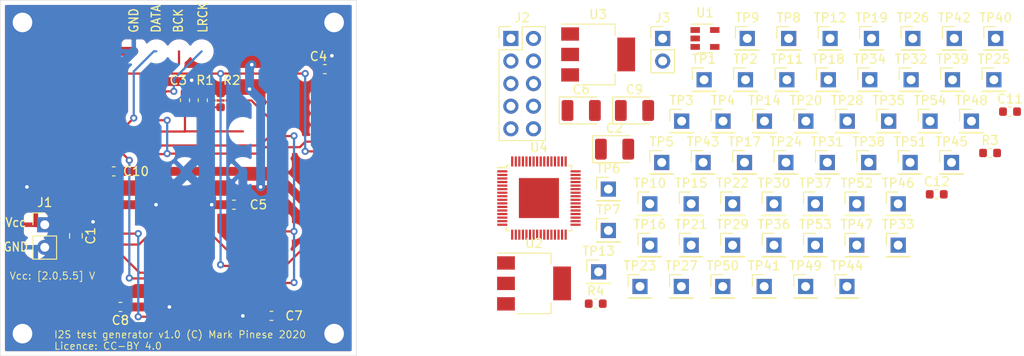
<source format=kicad_pcb>
(kicad_pcb (version 20171130) (host pcbnew "(5.1.6)-1")
  (title_block (title "I2S test generator") (date 2020-09-18) (rev 1.0) (company "Mark Pinese") (comment 1 "(C) 2020") (comment 2 "Licenced for reuse under CC-BY 4.0"))
  (layers (0 F.Cu signal) (31 B.Cu signal) (34 B.Paste user) (35 F.Paste user) (36 B.SilkS user) (37 F.SilkS user) (38 B.Mask user) (39 F.Mask user) (44 Edge.Cuts user))
  (net 0 "")
  (net 1 GNDD)
  (net 2 +3V3)
  (net 3 "Net-(C2-Pad1)")
  (net 4 "Net-(C3-Pad1)")
  (net 5 /LRCK)
  (net 6 /BCK)
  (net 7 /DATA)
  (net 8 "Net-(U1-Pad13)")
  (net 9 /~Reset)
  (net 10 /Reset)
  (net 11 "Net-(U2-Pad12)")
  (net 12 "Net-(U2-Pad11)")
  (net 13 "Net-(U2-Pad10)")
  (net 14 "Net-(U2-Pad9)")
  (net 15 "Net-(U2-Pad3)")
  (net 16 "Net-(U2-Pad4)")
  (net 17 "Net-(U2-Pad1)")
  (net 18 "Net-(U4-Pad9)")
  (net 19 "Net-(C5-Pad1)")
  (net 20 "Net-(R2-Pad1)")
  (net 21 "Net-(U1-Pad5)")
  (net 22 +1V8)
  (net 23 /TDI)
  (net 24 "Net-(J2-Pad8)")
  (net 25 "Net-(J2-Pad7)")
  (net 26 "Net-(J2-Pad6)")
  (net 27 /TMS)
  (net 28 "Net-(J2-Pad4)")
  (net 29 /TDO)
  (net 30 /TCK)
  (net 31 /CLK2)
  (net 32 "Net-(J3-Pad1)")
  (net 33 /POR_Signal)
  (net 34 /POR_FB)
  (net 35 "Net-(TP1-Pad1)")
  (net 36 "Net-(TP2-Pad1)")
  (net 37 "Net-(TP3-Pad1)")
  (net 38 "Net-(TP4-Pad1)")
  (net 39 "Net-(TP6-Pad1)")
  (net 40 "Net-(TP7-Pad1)")
  (net 41 "Net-(TP8-Pad1)")
  (net 42 "Net-(TP9-Pad1)")
  (net 43 "Net-(TP10-Pad1)")
  (net 44 "Net-(TP11-Pad1)")
  (net 45 "Net-(TP12-Pad1)")
  (net 46 "Net-(TP13-Pad1)")
  (net 47 "Net-(TP14-Pad1)")
  (net 48 "Net-(TP15-Pad1)")
  (net 49 "Net-(TP16-Pad1)")
  (net 50 "Net-(TP17-Pad1)")
  (net 51 "Net-(TP18-Pad1)")
  (net 52 "Net-(TP19-Pad1)")
  (net 53 "Net-(TP20-Pad1)")
  (net 54 "Net-(TP21-Pad1)")
  (net 55 "Net-(TP22-Pad1)")
  (net 56 "Net-(TP23-Pad1)")
  (net 57 "Net-(TP24-Pad1)")
  (net 58 "Net-(TP25-Pad1)")
  (net 59 "Net-(TP26-Pad1)")
  (net 60 "Net-(TP27-Pad1)")
  (net 61 "Net-(TP28-Pad1)")
  (net 62 "Net-(TP29-Pad1)")
  (net 63 "Net-(TP30-Pad1)")
  (net 64 "Net-(TP31-Pad1)")
  (net 65 "Net-(TP32-Pad1)")
  (net 66 "Net-(TP33-Pad1)")
  (net 67 "Net-(TP34-Pad1)")
  (net 68 "Net-(TP35-Pad1)")
  (net 69 "Net-(TP36-Pad1)")
  (net 70 "Net-(TP37-Pad1)")
  (net 71 "Net-(TP38-Pad1)")
  (net 72 "Net-(TP39-Pad1)")
  (net 73 "Net-(TP40-Pad1)")
  (net 74 "Net-(TP41-Pad1)")
  (net 75 "Net-(TP42-Pad1)")
  (net 76 "Net-(TP43-Pad1)")
  (net 77 "Net-(TP44-Pad1)")
  (net 78 "Net-(TP45-Pad1)")
  (net 79 "Net-(TP46-Pad1)")
  (net 80 "Net-(TP47-Pad1)")
  (net 81 "Net-(TP48-Pad1)")
  (net 82 "Net-(TP49-Pad1)")
  (net 83 "Net-(TP50-Pad1)")
  (net 84 "Net-(TP51-Pad1)")
  (net 85 "Net-(TP52-Pad1)")
  (net 86 "Net-(TP53-Pad1)")
  (net 87 "Net-(TP54-Pad1)")
  (net 88 "Net-(U1-Pad2)")
  (module project_footprints:TQFP-64_7x7mm_P0.4mm_EP4.5x4.5mm (layer F.Cu) (at 190.505 102.25)
    (fp_text reference U4 (at 0 -5.68) (layer F.SilkS))
    (fp_text value 5M40ZE64C5N)
    (pad 65 smd rect (at 0 0) (size 4.5 4.5) (layers F.Cu F.Paste F.Mask) (net 1 GNDD))
    (pad 64 smd rect (at -3 -4.115 90) (size 1.13 0.25) (layers F.Cu F.Paste F.Mask) (net 48 "Net-(TP15-Pad1)"))
    (pad 63 smd rect (at -2.6 -4.115 90) (size 1.13 0.25) (layers F.Cu F.Paste F.Mask) (net 72 "Net-(TP39-Pad1)"))
    (pad 62 smd rect (at -2.2 -4.115 90) (size 1.13 0.25) (layers F.Cu F.Paste F.Mask) (net 87 "Net-(TP54-Pad1)"))
    (pad 61 smd rect (at -1.8 -4.115 90) (size 1.13 0.25) (layers F.Cu F.Paste F.Mask) (net 71 "Net-(TP38-Pad1)"))
    (pad 60 smd rect (at -1.4 -4.115 90) (size 1.13 0.25) (layers F.Cu F.Paste F.Mask) (net 86 "Net-(TP53-Pad1)"))
    (pad 59 smd rect (at -1 -4.115 90) (size 1.13 0.25) (layers F.Cu F.Paste F.Mask) (net 70 "Net-(TP37-Pad1)"))
    (pad 58 smd rect (at -0.6 -4.115 90) (size 1.13 0.25) (layers F.Cu F.Paste F.Mask) (net 85 "Net-(TP52-Pad1)"))
    (pad 57 smd rect (at -0.2 -4.115 90) (size 1.13 0.25) (layers F.Cu F.Paste F.Mask) (net 2 +3V3))
    (pad 56 smd rect (at 0.2 -4.115 90) (size 1.13 0.25) (layers F.Cu F.Paste F.Mask) (net 84 "Net-(TP51-Pad1)"))
    (pad 55 smd rect (at 0.6 -4.115 90) (size 1.13 0.25) (layers F.Cu F.Paste F.Mask) (net 69 "Net-(TP36-Pad1)"))
    (pad 54 smd rect (at 1 -4.115 90) (size 1.13 0.25) (layers F.Cu F.Paste F.Mask) (net 83 "Net-(TP50-Pad1)"))
    (pad 53 smd rect (at 1.4 -4.115 90) (size 1.13 0.25) (layers F.Cu F.Paste F.Mask) (net 68 "Net-(TP35-Pad1)"))
    (pad 52 smd rect (at 1.8 -4.115 90) (size 1.13 0.25) (layers F.Cu F.Paste F.Mask) (net 82 "Net-(TP49-Pad1)"))
    (pad 51 smd rect (at 2.2 -4.115 90) (size 1.13 0.25) (layers F.Cu F.Paste F.Mask) (net 67 "Net-(TP34-Pad1)"))
    (pad 50 smd rect (at 2.6 -4.115 90) (size 1.13 0.25) (layers F.Cu F.Paste F.Mask) (net 81 "Net-(TP48-Pad1)"))
    (pad 49 smd rect (at 3 -4.115 90) (size 1.13 0.25) (layers F.Cu F.Paste F.Mask) (net 66 "Net-(TP33-Pad1)"))
    (pad 48 smd rect (at 4.115 -3) (size 1.13 0.25) (layers F.Cu F.Paste F.Mask) (net 80 "Net-(TP47-Pad1)"))
    (pad 47 smd rect (at 4.115 -2.6) (size 1.13 0.25) (layers F.Cu F.Paste F.Mask) (net 65 "Net-(TP32-Pad1)"))
    (pad 46 smd rect (at 4.115 -2.2) (size 1.13 0.25) (layers F.Cu F.Paste F.Mask) (net 79 "Net-(TP46-Pad1)"))
    (pad 45 smd rect (at 4.115 -1.8) (size 1.13 0.25) (layers F.Cu F.Paste F.Mask) (net 64 "Net-(TP31-Pad1)"))
    (pad 44 smd rect (at 4.115 -1.4) (size 1.13 0.25) (layers F.Cu F.Paste F.Mask) (net 78 "Net-(TP45-Pad1)"))
    (pad 43 smd rect (at 4.115 -1) (size 1.13 0.25) (layers F.Cu F.Paste F.Mask) (net 63 "Net-(TP30-Pad1)"))
    (pad 42 smd rect (at 4.115 -0.6) (size 1.13 0.25) (layers F.Cu F.Paste F.Mask) (net 77 "Net-(TP44-Pad1)"))
    (pad 41 smd rect (at 4.115 -0.2) (size 1.13 0.25) (layers F.Cu F.Paste F.Mask) (net 22 +1V8))
    (pad 40 smd rect (at 4.115 0.2) (size 1.13 0.25) (layers F.Cu F.Paste F.Mask) (net 76 "Net-(TP43-Pad1)"))
    (pad 39 smd rect (at 4.115 0.6) (size 1.13 0.25) (layers F.Cu F.Paste F.Mask) (net 2 +3V3))
    (pad 38 smd rect (at 4.115 1) (size 1.13 0.25) (layers F.Cu F.Paste F.Mask) (net 75 "Net-(TP42-Pad1)"))
    (pad 37 smd rect (at 4.115 1.4) (size 1.13 0.25) (layers F.Cu F.Paste F.Mask) (net 62 "Net-(TP29-Pad1)"))
    (pad 36 smd rect (at 4.115 1.8) (size 1.13 0.25) (layers F.Cu F.Paste F.Mask) (net 74 "Net-(TP41-Pad1)"))
    (pad 35 smd rect (at 4.115 2.2) (size 1.13 0.25) (layers F.Cu F.Paste F.Mask) (net 61 "Net-(TP28-Pad1)"))
    (pad 34 smd rect (at 4.115 2.6) (size 1.13 0.25) (layers F.Cu F.Paste F.Mask) (net 73 "Net-(TP40-Pad1)"))
    (pad 33 smd rect (at 4.115 3) (size 1.13 0.25) (layers F.Cu F.Paste F.Mask) (net 47 "Net-(TP14-Pad1)"))
    (pad 32 smd rect (at 3 4.115 90) (size 1.13 0.25) (layers F.Cu F.Paste F.Mask) (net 60 "Net-(TP27-Pad1)"))
    (pad 31 smd rect (at 2.6 4.115 90) (size 1.13 0.25) (layers F.Cu F.Paste F.Mask) (net 46 "Net-(TP13-Pad1)"))
    (pad 30 smd rect (at 2.2 4.115 90) (size 1.13 0.25) (layers F.Cu F.Paste F.Mask) (net 59 "Net-(TP26-Pad1)"))
    (pad 29 smd rect (at 1.8 4.115 90) (size 1.13 0.25) (layers F.Cu F.Paste F.Mask) (net 45 "Net-(TP12-Pad1)"))
    (pad 28 smd rect (at 1.4 4.115 90) (size 1.13 0.25) (layers F.Cu F.Paste F.Mask) (net 58 "Net-(TP25-Pad1)"))
    (pad 27 smd rect (at 1 4.115 90) (size 1.13 0.25) (layers F.Cu F.Paste F.Mask) (net 44 "Net-(TP11-Pad1)"))
    (pad 26 smd rect (at 0.6 4.115 90) (size 1.13 0.25) (layers F.Cu F.Paste F.Mask) (net 57 "Net-(TP24-Pad1)"))
    (pad 25 smd rect (at 0.2 4.115 90) (size 1.13 0.25) (layers F.Cu F.Paste F.Mask) (net 43 "Net-(TP10-Pad1)"))
    (pad 24 smd rect (at -0.2 4.115 90) (size 1.13 0.25) (layers F.Cu F.Paste F.Mask) (net 56 "Net-(TP23-Pad1)"))
    (pad 23 smd rect (at -0.6 4.115 90) (size 1.13 0.25) (layers F.Cu F.Paste F.Mask) (net 2 +3V3))
    (pad 22 smd rect (at -1 4.115 90) (size 1.13 0.25) (layers F.Cu F.Paste F.Mask) (net 55 "Net-(TP22-Pad1)"))
    (pad 21 smd rect (at -1.4 4.115 90) (size 1.13 0.25) (layers F.Cu F.Paste F.Mask) (net 42 "Net-(TP9-Pad1)"))
    (pad 20 smd rect (at -1.8 4.115 90) (size 1.13 0.25) (layers F.Cu F.Paste F.Mask) (net 54 "Net-(TP21-Pad1)"))
    (pad 19 smd rect (at -2.2 4.115 90) (size 1.13 0.25) (layers F.Cu F.Paste F.Mask) (net 41 "Net-(TP8-Pad1)"))
    (pad 18 smd rect (at -2.6 4.115 90) (size 1.13 0.25) (layers F.Cu F.Paste F.Mask) (net 53 "Net-(TP20-Pad1)"))
    (pad 17 smd rect (at -3 4.115 90) (size 1.13 0.25) (layers F.Cu F.Paste F.Mask) (net 29 /TDO))
    (pad 16 smd rect (at -4.115 3) (size 1.13 0.25) (layers F.Cu F.Paste F.Mask) (net 30 /TCK))
    (pad 15 smd rect (at -4.115 2.6) (size 1.13 0.25) (layers F.Cu F.Paste F.Mask) (net 23 /TDI))
    (pad 14 smd rect (at -4.115 2.2) (size 1.13 0.25) (layers F.Cu F.Paste F.Mask) (net 27 /TMS))
    (pad 13 smd rect (at -4.115 1.8) (size 1.13 0.25) (layers F.Cu F.Paste F.Mask) (net 40 "Net-(TP7-Pad1)"))
    (pad 12 smd rect (at -4.115 1.4) (size 1.13 0.25) (layers F.Cu F.Paste F.Mask) (net 52 "Net-(TP19-Pad1)"))
    (pad 11 smd rect (at -4.115 1) (size 1.13 0.25) (layers F.Cu F.Paste F.Mask) (net 39 "Net-(TP6-Pad1)"))
    (pad 10 smd rect (at -4.115 0.6) (size 1.13 0.25) (layers F.Cu F.Paste F.Mask) (net 51 "Net-(TP18-Pad1)"))
    (pad 9 smd rect (at -4.115 0.2) (size 1.13 0.25) (layers F.Cu F.Paste F.Mask) (net 32 "Net-(J3-Pad1)"))
    (pad 8 smd rect (at -4.115 -0.2) (size 1.13 0.25) (layers F.Cu F.Paste F.Mask) (net 22 +1V8))
    (pad 7 smd rect (at -4.115 -0.6) (size 1.13 0.25) (layers F.Cu F.Paste F.Mask) (net 38 "Net-(TP4-Pad1)"))
    (pad 6 smd rect (at -4.115 -1) (size 1.13 0.25) (layers F.Cu F.Paste F.Mask) (net 2 +3V3))
    (pad 5 smd rect (at -4.115 -1.4) (size 1.13 0.25) (layers F.Cu F.Paste F.Mask) (net 37 "Net-(TP3-Pad1)"))
    (pad 4 smd rect (at -4.115 -1.8) (size 1.13 0.25) (layers F.Cu F.Paste F.Mask) (net 50 "Net-(TP17-Pad1)"))
    (pad 3 smd rect (at -4.115 -2.2) (size 1.13 0.25) (layers F.Cu F.Paste F.Mask) (net 36 "Net-(TP2-Pad1)"))
    (pad 2 smd rect (at -4.115 -2.6) (size 1.13 0.25) (layers F.Cu F.Paste F.Mask) (net 49 "Net-(TP16-Pad1)"))
    (pad 1 smd rect (at -4.115 -3) (size 1.13 0.25) (layers F.Cu F.Paste F.Mask) (net 35 "Net-(TP1-Pad1)"))
  )
  (module Package_TO_SOT_SMD:SOT-223-3_TabPin2 (layer F.Cu) (at 197.155 86.1)
    (fp_text reference U3 (at 0 -4.5) (layer F.SilkS))
    (fp_text value AMS1117-1.8)
    (pad 1 smd rect (at -3.15 -2.3) (size 2 1.5) (layers F.Cu F.Paste F.Mask) (net 1 GNDD))
    (pad 3 smd rect (at -3.15 2.3) (size 2 1.5) (layers F.Cu F.Paste F.Mask) (net 2 +3V3))
    (pad 2 smd rect (at -3.15 0) (size 2 1.5) (layers F.Cu F.Paste F.Mask) (net 22 +1V8))
    (pad 2 smd rect (at 3.15 0) (size 2 3.8) (layers F.Cu F.Paste F.Mask) (net 22 +1V8))
  )
  (module Package_TO_SOT_SMD:SOT-223-3_TabPin2 (layer F.Cu) (at 189.955 111.85)
    (fp_text reference U2 (at 0 -4.5) (layer F.SilkS))
    (fp_text value AMS1117-3.3)
    (pad 1 smd rect (at -3.15 -2.3) (size 2 1.5) (layers F.Cu F.Paste F.Mask) (net 1 GNDD))
    (pad 3 smd rect (at -3.15 2.3) (size 2 1.5) (layers F.Cu F.Paste F.Mask) (net 3 "Net-(C2-Pad1)"))
    (pad 2 smd rect (at -3.15 0) (size 2 1.5) (layers F.Cu F.Paste F.Mask) (net 2 +3V3))
    (pad 2 smd rect (at 3.15 0) (size 2 3.8) (layers F.Cu F.Paste F.Mask) (net 2 +3V3))
  )
  (module Package_TO_SOT_SMD:SOT-23-5 (layer F.Cu) (at 209.155 84.3)
    (fp_text reference U1 (at 0 -2.9) (layer F.SilkS))
    (fp_text value SIT2001B)
    (pad 5 smd rect (at 1.1 -0.95) (size 1.06 0.65) (layers F.Cu F.Paste F.Mask) (net 31 /CLK2))
    (pad 4 smd rect (at 1.1 0.95) (size 1.06 0.65) (layers F.Cu F.Paste F.Mask) (net 2 +3V3))
    (pad 3 smd rect (at -1.1 0.95) (size 1.06 0.65) (layers F.Cu F.Paste F.Mask) (net 2 +3V3))
    (pad 2 smd rect (at -1.1 0) (size 1.06 0.65) (layers F.Cu F.Paste F.Mask) (net 88 "Net-(U1-Pad2)"))
    (pad 1 smd rect (at -1.1 -0.95) (size 1.06 0.65) (layers F.Cu F.Paste F.Mask) (net 1 GNDD))
  )
  (module Connector_PinHeader_2.54mm:PinHeader_1x01_P2.54mm_Vertical (layer F.Cu) (at 234.435 93.6)
    (fp_text reference TP54 (at 0 -2.33) (layer F.SilkS))
    (fp_text value ~)
    (pad 1 thru_hole rect (at 0 0) (size 1.7 1.7) (drill 1) (layers *.Cu *.Mask) (net 87 "Net-(TP54-Pad1)"))
  )
  (module Connector_PinHeader_2.54mm:PinHeader_1x01_P2.54mm_Vertical (layer F.Cu) (at 221.555 107.55)
    (fp_text reference TP53 (at 0 -2.33) (layer F.SilkS))
    (fp_text value ~)
    (pad 1 thru_hole rect (at 0 0) (size 1.7 1.7) (drill 1) (layers *.Cu *.Mask) (net 86 "Net-(TP53-Pad1)"))
  )
  (module Connector_PinHeader_2.54mm:PinHeader_1x01_P2.54mm_Vertical (layer F.Cu) (at 226.205 102.9)
    (fp_text reference TP52 (at 0 -2.33) (layer F.SilkS))
    (fp_text value ~)
    (pad 1 thru_hole rect (at 0 0) (size 1.7 1.7) (drill 1) (layers *.Cu *.Mask) (net 85 "Net-(TP52-Pad1)"))
  )
  (module Connector_PinHeader_2.54mm:PinHeader_1x01_P2.54mm_Vertical (layer F.Cu) (at 232.195 98.25)
    (fp_text reference TP51 (at 0 -2.33) (layer F.SilkS))
    (fp_text value ~)
    (pad 1 thru_hole rect (at 0 0) (size 1.7 1.7) (drill 1) (layers *.Cu *.Mask) (net 84 "Net-(TP51-Pad1)"))
  )
  (module Connector_PinHeader_2.54mm:PinHeader_1x01_P2.54mm_Vertical (layer F.Cu) (at 211.155 112.2)
    (fp_text reference TP50 (at 0 -2.33) (layer F.SilkS))
    (fp_text value ~)
    (pad 1 thru_hole rect (at 0 0) (size 1.7 1.7) (drill 1) (layers *.Cu *.Mask) (net 83 "Net-(TP50-Pad1)"))
  )
  (module Connector_PinHeader_2.54mm:PinHeader_1x01_P2.54mm_Vertical (layer F.Cu) (at 220.455 112.2)
    (fp_text reference TP49 (at 0 -2.33) (layer F.SilkS))
    (fp_text value ~)
    (pad 1 thru_hole rect (at 0 0) (size 1.7 1.7) (drill 1) (layers *.Cu *.Mask) (net 82 "Net-(TP49-Pad1)"))
  )
  (module Connector_PinHeader_2.54mm:PinHeader_1x01_P2.54mm_Vertical (layer F.Cu) (at 239.085 93.6)
    (fp_text reference TP48 (at 0 -2.33) (layer F.SilkS))
    (fp_text value ~)
    (pad 1 thru_hole rect (at 0 0) (size 1.7 1.7) (drill 1) (layers *.Cu *.Mask) (net 81 "Net-(TP48-Pad1)"))
  )
  (module Connector_PinHeader_2.54mm:PinHeader_1x01_P2.54mm_Vertical (layer F.Cu) (at 226.205 107.55)
    (fp_text reference TP47 (at 0 -2.33) (layer F.SilkS))
    (fp_text value ~)
    (pad 1 thru_hole rect (at 0 0) (size 1.7 1.7) (drill 1) (layers *.Cu *.Mask) (net 80 "Net-(TP47-Pad1)"))
  )
  (module Connector_PinHeader_2.54mm:PinHeader_1x01_P2.54mm_Vertical (layer F.Cu) (at 230.855 102.9)
    (fp_text reference TP46 (at 0 -2.33) (layer F.SilkS))
    (fp_text value ~)
    (pad 1 thru_hole rect (at 0 0) (size 1.7 1.7) (drill 1) (layers *.Cu *.Mask) (net 79 "Net-(TP46-Pad1)"))
  )
  (module Connector_PinHeader_2.54mm:PinHeader_1x01_P2.54mm_Vertical (layer F.Cu) (at 236.845 98.25)
    (fp_text reference TP45 (at 0 -2.33) (layer F.SilkS))
    (fp_text value ~)
    (pad 1 thru_hole rect (at 0 0) (size 1.7 1.7) (drill 1) (layers *.Cu *.Mask) (net 78 "Net-(TP45-Pad1)"))
  )
  (module Connector_PinHeader_2.54mm:PinHeader_1x01_P2.54mm_Vertical (layer F.Cu) (at 225.105 112.2)
    (fp_text reference TP44 (at 0 -2.33) (layer F.SilkS))
    (fp_text value ~)
    (pad 1 thru_hole rect (at 0 0) (size 1.7 1.7) (drill 1) (layers *.Cu *.Mask) (net 77 "Net-(TP44-Pad1)"))
  )
  (module Connector_PinHeader_2.54mm:PinHeader_1x01_P2.54mm_Vertical (layer F.Cu) (at 208.945 98.25)
    (fp_text reference TP43 (at 0 -2.33) (layer F.SilkS))
    (fp_text value ~)
    (pad 1 thru_hole rect (at 0 0) (size 1.7 1.7) (drill 1) (layers *.Cu *.Mask) (net 76 "Net-(TP43-Pad1)"))
  )
  (module Connector_PinHeader_2.54mm:PinHeader_1x01_P2.54mm_Vertical (layer F.Cu) (at 237.155 84.3)
    (fp_text reference TP42 (at 0 -2.33) (layer F.SilkS))
    (fp_text value ~)
    (pad 1 thru_hole rect (at 0 0) (size 1.7 1.7) (drill 1) (layers *.Cu *.Mask) (net 75 "Net-(TP42-Pad1)"))
  )
  (module Connector_PinHeader_2.54mm:PinHeader_1x01_P2.54mm_Vertical (layer F.Cu) (at 215.805 112.2)
    (fp_text reference TP41 (at 0 -2.33) (layer F.SilkS))
    (fp_text value ~)
    (pad 1 thru_hole rect (at 0 0) (size 1.7 1.7) (drill 1) (layers *.Cu *.Mask) (net 74 "Net-(TP41-Pad1)"))
  )
  (module Connector_PinHeader_2.54mm:PinHeader_1x01_P2.54mm_Vertical (layer F.Cu) (at 241.805 84.3)
    (fp_text reference TP40 (at 0 -2.33) (layer F.SilkS))
    (fp_text value ~)
    (pad 1 thru_hole rect (at 0 0) (size 1.7 1.7) (drill 1) (layers *.Cu *.Mask) (net 73 "Net-(TP40-Pad1)"))
  )
  (module Connector_PinHeader_2.54mm:PinHeader_1x01_P2.54mm_Vertical (layer F.Cu) (at 236.955 88.95)
    (fp_text reference TP39 (at 0 -2.33) (layer F.SilkS))
    (fp_text value ~)
    (pad 1 thru_hole rect (at 0 0) (size 1.7 1.7) (drill 1) (layers *.Cu *.Mask) (net 72 "Net-(TP39-Pad1)"))
  )
  (module Connector_PinHeader_2.54mm:PinHeader_1x01_P2.54mm_Vertical (layer F.Cu) (at 227.545 98.25)
    (fp_text reference TP38 (at 0 -2.33) (layer F.SilkS))
    (fp_text value ~)
    (pad 1 thru_hole rect (at 0 0) (size 1.7 1.7) (drill 1) (layers *.Cu *.Mask) (net 71 "Net-(TP38-Pad1)"))
  )
  (module Connector_PinHeader_2.54mm:PinHeader_1x01_P2.54mm_Vertical (layer F.Cu) (at 221.555 102.9)
    (fp_text reference TP37 (at 0 -2.33) (layer F.SilkS))
    (fp_text value ~)
    (pad 1 thru_hole rect (at 0 0) (size 1.7 1.7) (drill 1) (layers *.Cu *.Mask) (net 70 "Net-(TP37-Pad1)"))
  )
  (module Connector_PinHeader_2.54mm:PinHeader_1x01_P2.54mm_Vertical (layer F.Cu) (at 216.905 107.55)
    (fp_text reference TP36 (at 0 -2.33) (layer F.SilkS))
    (fp_text value ~)
    (pad 1 thru_hole rect (at 0 0) (size 1.7 1.7) (drill 1) (layers *.Cu *.Mask) (net 69 "Net-(TP36-Pad1)"))
  )
  (module Connector_PinHeader_2.54mm:PinHeader_1x01_P2.54mm_Vertical (layer F.Cu) (at 229.785 93.6)
    (fp_text reference TP35 (at 0 -2.33) (layer F.SilkS))
    (fp_text value ~)
    (pad 1 thru_hole rect (at 0 0) (size 1.7 1.7) (drill 1) (layers *.Cu *.Mask) (net 68 "Net-(TP35-Pad1)"))
  )
  (module Connector_PinHeader_2.54mm:PinHeader_1x01_P2.54mm_Vertical (layer F.Cu) (at 227.655 88.95)
    (fp_text reference TP34 (at 0 -2.33) (layer F.SilkS))
    (fp_text value ~)
    (pad 1 thru_hole rect (at 0 0) (size 1.7 1.7) (drill 1) (layers *.Cu *.Mask) (net 67 "Net-(TP34-Pad1)"))
  )
  (module Connector_PinHeader_2.54mm:PinHeader_1x01_P2.54mm_Vertical (layer F.Cu) (at 230.855 107.55)
    (fp_text reference TP33 (at 0 -2.33) (layer F.SilkS))
    (fp_text value ~)
    (pad 1 thru_hole rect (at 0 0) (size 1.7 1.7) (drill 1) (layers *.Cu *.Mask) (net 66 "Net-(TP33-Pad1)"))
  )
  (module Connector_PinHeader_2.54mm:PinHeader_1x01_P2.54mm_Vertical (layer F.Cu) (at 232.305 88.95)
    (fp_text reference TP32 (at 0 -2.33) (layer F.SilkS))
    (fp_text value ~)
    (pad 1 thru_hole rect (at 0 0) (size 1.7 1.7) (drill 1) (layers *.Cu *.Mask) (net 65 "Net-(TP32-Pad1)"))
  )
  (module Connector_PinHeader_2.54mm:PinHeader_1x01_P2.54mm_Vertical (layer F.Cu) (at 222.895 98.25)
    (fp_text reference TP31 (at 0 -2.33) (layer F.SilkS))
    (fp_text value ~)
    (pad 1 thru_hole rect (at 0 0) (size 1.7 1.7) (drill 1) (layers *.Cu *.Mask) (net 64 "Net-(TP31-Pad1)"))
  )
  (module Connector_PinHeader_2.54mm:PinHeader_1x01_P2.54mm_Vertical (layer F.Cu) (at 216.905 102.9)
    (fp_text reference TP30 (at 0 -2.33) (layer F.SilkS))
    (fp_text value ~)
    (pad 1 thru_hole rect (at 0 0) (size 1.7 1.7) (drill 1) (layers *.Cu *.Mask) (net 63 "Net-(TP30-Pad1)"))
  )
  (module Connector_PinHeader_2.54mm:PinHeader_1x01_P2.54mm_Vertical (layer F.Cu) (at 212.255 107.55)
    (fp_text reference TP29 (at 0 -2.33) (layer F.SilkS))
    (fp_text value ~)
    (pad 1 thru_hole rect (at 0 0) (size 1.7 1.7) (drill 1) (layers *.Cu *.Mask) (net 62 "Net-(TP29-Pad1)"))
  )
  (module Connector_PinHeader_2.54mm:PinHeader_1x01_P2.54mm_Vertical (layer F.Cu) (at 225.135 93.6)
    (fp_text reference TP28 (at 0 -2.33) (layer F.SilkS))
    (fp_text value ~)
    (pad 1 thru_hole rect (at 0 0) (size 1.7 1.7) (drill 1) (layers *.Cu *.Mask) (net 61 "Net-(TP28-Pad1)"))
  )
  (module Connector_PinHeader_2.54mm:PinHeader_1x01_P2.54mm_Vertical (layer F.Cu) (at 206.505 112.2)
    (fp_text reference TP27 (at 0 -2.33) (layer F.SilkS))
    (fp_text value ~)
    (pad 1 thru_hole rect (at 0 0) (size 1.7 1.7) (drill 1) (layers *.Cu *.Mask) (net 60 "Net-(TP27-Pad1)"))
  )
  (module Connector_PinHeader_2.54mm:PinHeader_1x01_P2.54mm_Vertical (layer F.Cu) (at 232.505 84.3)
    (fp_text reference TP26 (at 0 -2.33) (layer F.SilkS))
    (fp_text value ~)
    (pad 1 thru_hole rect (at 0 0) (size 1.7 1.7) (drill 1) (layers *.Cu *.Mask) (net 59 "Net-(TP26-Pad1)"))
  )
  (module Connector_PinHeader_2.54mm:PinHeader_1x01_P2.54mm_Vertical (layer F.Cu) (at 241.605 88.95)
    (fp_text reference TP25 (at 0 -2.33) (layer F.SilkS))
    (fp_text value ~)
    (pad 1 thru_hole rect (at 0 0) (size 1.7 1.7) (drill 1) (layers *.Cu *.Mask) (net 58 "Net-(TP25-Pad1)"))
  )
  (module Connector_PinHeader_2.54mm:PinHeader_1x01_P2.54mm_Vertical (layer F.Cu) (at 218.245 98.25)
    (fp_text reference TP24 (at 0 -2.33) (layer F.SilkS))
    (fp_text value ~)
    (pad 1 thru_hole rect (at 0 0) (size 1.7 1.7) (drill 1) (layers *.Cu *.Mask) (net 57 "Net-(TP24-Pad1)"))
  )
  (module Connector_PinHeader_2.54mm:PinHeader_1x01_P2.54mm_Vertical (layer F.Cu) (at 201.855 112.2)
    (fp_text reference TP23 (at 0 -2.33) (layer F.SilkS))
    (fp_text value ~)
    (pad 1 thru_hole rect (at 0 0) (size 1.7 1.7) (drill 1) (layers *.Cu *.Mask) (net 56 "Net-(TP23-Pad1)"))
  )
  (module Connector_PinHeader_2.54mm:PinHeader_1x01_P2.54mm_Vertical (layer F.Cu) (at 212.255 102.9)
    (fp_text reference TP22 (at 0 -2.33) (layer F.SilkS))
    (fp_text value ~)
    (pad 1 thru_hole rect (at 0 0) (size 1.7 1.7) (drill 1) (layers *.Cu *.Mask) (net 55 "Net-(TP22-Pad1)"))
  )
  (module Connector_PinHeader_2.54mm:PinHeader_1x01_P2.54mm_Vertical (layer F.Cu) (at 207.605 107.55)
    (fp_text reference TP21 (at 0 -2.33) (layer F.SilkS))
    (fp_text value ~)
    (pad 1 thru_hole rect (at 0 0) (size 1.7 1.7) (drill 1) (layers *.Cu *.Mask) (net 54 "Net-(TP21-Pad1)"))
  )
  (module Connector_PinHeader_2.54mm:PinHeader_1x01_P2.54mm_Vertical (layer F.Cu) (at 220.485 93.6)
    (fp_text reference TP20 (at 0 -2.33) (layer F.SilkS))
    (fp_text value ~)
    (pad 1 thru_hole rect (at 0 0) (size 1.7 1.7) (drill 1) (layers *.Cu *.Mask) (net 53 "Net-(TP20-Pad1)"))
  )
  (module Connector_PinHeader_2.54mm:PinHeader_1x01_P2.54mm_Vertical (layer F.Cu) (at 227.855 84.3)
    (fp_text reference TP19 (at 0 -2.33) (layer F.SilkS))
    (fp_text value ~)
    (pad 1 thru_hole rect (at 0 0) (size 1.7 1.7) (drill 1) (layers *.Cu *.Mask) (net 52 "Net-(TP19-Pad1)"))
  )
  (module Connector_PinHeader_2.54mm:PinHeader_1x01_P2.54mm_Vertical (layer F.Cu) (at 223.005 88.95)
    (fp_text reference TP18 (at 0 -2.33) (layer F.SilkS))
    (fp_text value ~)
    (pad 1 thru_hole rect (at 0 0) (size 1.7 1.7) (drill 1) (layers *.Cu *.Mask) (net 51 "Net-(TP18-Pad1)"))
  )
  (module Connector_PinHeader_2.54mm:PinHeader_1x01_P2.54mm_Vertical (layer F.Cu) (at 213.595 98.25)
    (fp_text reference TP17 (at 0 -2.33) (layer F.SilkS))
    (fp_text value ~)
    (pad 1 thru_hole rect (at 0 0) (size 1.7 1.7) (drill 1) (layers *.Cu *.Mask) (net 50 "Net-(TP17-Pad1)"))
  )
  (module Connector_PinHeader_2.54mm:PinHeader_1x01_P2.54mm_Vertical (layer F.Cu) (at 202.955 107.55)
    (fp_text reference TP16 (at 0 -2.33) (layer F.SilkS))
    (fp_text value ~)
    (pad 1 thru_hole rect (at 0 0) (size 1.7 1.7) (drill 1) (layers *.Cu *.Mask) (net 49 "Net-(TP16-Pad1)"))
  )
  (module Connector_PinHeader_2.54mm:PinHeader_1x01_P2.54mm_Vertical (layer F.Cu) (at 207.605 102.9)
    (fp_text reference TP15 (at 0 -2.33) (layer F.SilkS))
    (fp_text value ~)
    (pad 1 thru_hole rect (at 0 0) (size 1.7 1.7) (drill 1) (layers *.Cu *.Mask) (net 48 "Net-(TP15-Pad1)"))
  )
  (module Connector_PinHeader_2.54mm:PinHeader_1x01_P2.54mm_Vertical (layer F.Cu) (at 215.835 93.6)
    (fp_text reference TP14 (at 0 -2.33) (layer F.SilkS))
    (fp_text value ~)
    (pad 1 thru_hole rect (at 0 0) (size 1.7 1.7) (drill 1) (layers *.Cu *.Mask) (net 47 "Net-(TP14-Pad1)"))
  )
  (module Connector_PinHeader_2.54mm:PinHeader_1x01_P2.54mm_Vertical (layer F.Cu) (at 197.205 110.55)
    (fp_text reference TP13 (at 0 -2.33) (layer F.SilkS))
    (fp_text value ~)
    (pad 1 thru_hole rect (at 0 0) (size 1.7 1.7) (drill 1) (layers *.Cu *.Mask) (net 46 "Net-(TP13-Pad1)"))
  )
  (module Connector_PinHeader_2.54mm:PinHeader_1x01_P2.54mm_Vertical (layer F.Cu) (at 223.205 84.3)
    (fp_text reference TP12 (at 0 -2.33) (layer F.SilkS))
    (fp_text value ~)
    (pad 1 thru_hole rect (at 0 0) (size 1.7 1.7) (drill 1) (layers *.Cu *.Mask) (net 45 "Net-(TP12-Pad1)"))
  )
  (module Connector_PinHeader_2.54mm:PinHeader_1x01_P2.54mm_Vertical (layer F.Cu) (at 218.355 88.95)
    (fp_text reference TP11 (at 0 -2.33) (layer F.SilkS))
    (fp_text value ~)
    (pad 1 thru_hole rect (at 0 0) (size 1.7 1.7) (drill 1) (layers *.Cu *.Mask) (net 44 "Net-(TP11-Pad1)"))
  )
  (module Connector_PinHeader_2.54mm:PinHeader_1x01_P2.54mm_Vertical (layer F.Cu) (at 202.955 102.9)
    (fp_text reference TP10 (at 0 -2.33) (layer F.SilkS))
    (fp_text value ~)
    (pad 1 thru_hole rect (at 0 0) (size 1.7 1.7) (drill 1) (layers *.Cu *.Mask) (net 43 "Net-(TP10-Pad1)"))
  )
  (module Connector_PinHeader_2.54mm:PinHeader_1x01_P2.54mm_Vertical (layer F.Cu) (at 213.905 84.3)
    (fp_text reference TP9 (at 0 -2.33) (layer F.SilkS))
    (fp_text value ~)
    (pad 1 thru_hole rect (at 0 0) (size 1.7 1.7) (drill 1) (layers *.Cu *.Mask) (net 42 "Net-(TP9-Pad1)"))
  )
  (module Connector_PinHeader_2.54mm:PinHeader_1x01_P2.54mm_Vertical (layer F.Cu) (at 218.555 84.3)
    (fp_text reference TP8 (at 0 -2.33) (layer F.SilkS))
    (fp_text value ~)
    (pad 1 thru_hole rect (at 0 0) (size 1.7 1.7) (drill 1) (layers *.Cu *.Mask) (net 41 "Net-(TP8-Pad1)"))
  )
  (module Connector_PinHeader_2.54mm:PinHeader_1x01_P2.54mm_Vertical (layer F.Cu) (at 198.305 105.9)
    (fp_text reference TP7 (at 0 -2.33) (layer F.SilkS))
    (fp_text value ~)
    (pad 1 thru_hole rect (at 0 0) (size 1.7 1.7) (drill 1) (layers *.Cu *.Mask) (net 40 "Net-(TP7-Pad1)"))
  )
  (module Connector_PinHeader_2.54mm:PinHeader_1x01_P2.54mm_Vertical (layer F.Cu) (at 198.305 101.25)
    (fp_text reference TP6 (at 0 -2.33) (layer F.SilkS))
    (fp_text value ~)
    (pad 1 thru_hole rect (at 0 0) (size 1.7 1.7) (drill 1) (layers *.Cu *.Mask) (net 39 "Net-(TP6-Pad1)"))
  )
  (module Connector_PinHeader_2.54mm:PinHeader_1x01_P2.54mm_Vertical (layer F.Cu) (at 204.295 98.25)
    (fp_text reference TP5 (at 0 -2.33) (layer F.SilkS))
    (fp_text value ~)
    (pad 1 thru_hole rect (at 0 0) (size 1.7 1.7) (drill 1) (layers *.Cu *.Mask) (net 32 "Net-(J3-Pad1)"))
  )
  (module Connector_PinHeader_2.54mm:PinHeader_1x01_P2.54mm_Vertical (layer F.Cu) (at 211.185 93.6)
    (fp_text reference TP4 (at 0 -2.33) (layer F.SilkS))
    (fp_text value ~)
    (pad 1 thru_hole rect (at 0 0) (size 1.7 1.7) (drill 1) (layers *.Cu *.Mask) (net 38 "Net-(TP4-Pad1)"))
  )
  (module Connector_PinHeader_2.54mm:PinHeader_1x01_P2.54mm_Vertical (layer F.Cu) (at 206.535 93.6)
    (fp_text reference TP3 (at 0 -2.33) (layer F.SilkS))
    (fp_text value ~)
    (pad 1 thru_hole rect (at 0 0) (size 1.7 1.7) (drill 1) (layers *.Cu *.Mask) (net 37 "Net-(TP3-Pad1)"))
  )
  (module Connector_PinHeader_2.54mm:PinHeader_1x01_P2.54mm_Vertical (layer F.Cu) (at 213.705 88.95)
    (fp_text reference TP2 (at 0 -2.33) (layer F.SilkS))
    (fp_text value ~)
    (pad 1 thru_hole rect (at 0 0) (size 1.7 1.7) (drill 1) (layers *.Cu *.Mask) (net 36 "Net-(TP2-Pad1)"))
  )
  (module Connector_PinHeader_2.54mm:PinHeader_1x01_P2.54mm_Vertical (layer F.Cu) (at 209.055 88.95)
    (fp_text reference TP1 (at 0 -2.33) (layer F.SilkS))
    (fp_text value ~)
    (pad 1 thru_hole rect (at 0 0) (size 1.7 1.7) (drill 1) (layers *.Cu *.Mask) (net 35 "Net-(TP1-Pad1)"))
  )
  (module Resistor_SMD:R_0603_1608Metric (layer F.Cu) (at 196.885 114.13)
    (fp_text reference R4 (at 0 -1.43) (layer F.SilkS))
    (fp_text value R)
    (pad 2 smd roundrect (at 0.7875 0) (size 0.875 0.95) (layers F.Cu F.Paste F.Mask) (net 33 /POR_Signal))
    (pad 1 smd roundrect (at -0.7875 0) (size 0.875 0.95) (layers F.Cu F.Paste F.Mask) (net 34 /POR_FB))
  )
  (module Resistor_SMD:R_0603_1608Metric (layer F.Cu) (at 241.175 97.18)
    (fp_text reference R3 (at 0 -1.43) (layer F.SilkS))
    (fp_text value R)
    (pad 2 smd roundrect (at 0.7875 0) (size 0.875 0.95) (layers F.Cu F.Paste F.Mask) (net 33 /POR_Signal))
    (pad 1 smd roundrect (at -0.7875 0) (size 0.875 0.95) (layers F.Cu F.Paste F.Mask) (net 4 "Net-(C3-Pad1)"))
  )
  (module Connector_PinHeader_2.54mm:PinHeader_1x02_P2.54mm_Vertical (layer F.Cu) (at 204.405 84.3)
    (fp_text reference J3 (at 0 -2.33) (layer F.SilkS))
    (fp_text value Conn_01x02_Male)
    (pad 2 thru_hole oval (at 0 2.54) (size 1.7 1.7) (drill 1) (layers *.Cu *.Mask) (net 31 /CLK2))
    (pad 1 thru_hole rect (at 0 0) (size 1.7 1.7) (drill 1) (layers *.Cu *.Mask) (net 32 "Net-(J3-Pad1)"))
  )
  (module Connector_PinHeader_2.54mm:PinHeader_2x05_P2.54mm_Vertical (layer F.Cu) (at 187.355 84.3)
    (fp_text reference J2 (at 1.27 -2.33) (layer F.SilkS))
    (fp_text value Conn_02x05_Odd_Even)
    (pad 10 thru_hole oval (at 2.54 10.16) (size 1.7 1.7) (drill 1) (layers *.Cu *.Mask) (net 1 GNDD))
    (pad 9 thru_hole oval (at 0 10.16) (size 1.7 1.7) (drill 1) (layers *.Cu *.Mask) (net 23 /TDI))
    (pad 8 thru_hole oval (at 2.54 7.62) (size 1.7 1.7) (drill 1) (layers *.Cu *.Mask) (net 24 "Net-(J2-Pad8)"))
    (pad 7 thru_hole oval (at 0 7.62) (size 1.7 1.7) (drill 1) (layers *.Cu *.Mask) (net 25 "Net-(J2-Pad7)"))
    (pad 6 thru_hole oval (at 2.54 5.08) (size 1.7 1.7) (drill 1) (layers *.Cu *.Mask) (net 26 "Net-(J2-Pad6)"))
    (pad 5 thru_hole oval (at 0 5.08) (size 1.7 1.7) (drill 1) (layers *.Cu *.Mask) (net 27 /TMS))
    (pad 4 thru_hole oval (at 2.54 2.54) (size 1.7 1.7) (drill 1) (layers *.Cu *.Mask) (net 28 "Net-(J2-Pad4)"))
    (pad 3 thru_hole oval (at 0 2.54) (size 1.7 1.7) (drill 1) (layers *.Cu *.Mask) (net 29 /TDO))
    (pad 2 thru_hole oval (at 2.54 0) (size 1.7 1.7) (drill 1) (layers *.Cu *.Mask) (net 1 GNDD))
    (pad 1 thru_hole rect (at 0 0) (size 1.7 1.7) (drill 1) (layers *.Cu *.Mask) (net 30 /TCK))
  )
  (module Capacitor_SMD:C_0603_1608Metric (layer F.Cu) (at 235.185 101.83)
    (fp_text reference C12 (at 0 -1.43) (layer F.SilkS))
    (fp_text value 100n)
    (pad 2 smd roundrect (at 0.7875 0) (size 0.875 0.95) (layers F.Cu F.Paste F.Mask) (net 1 GNDD))
    (pad 1 smd roundrect (at -0.7875 0) (size 0.875 0.95) (layers F.Cu F.Paste F.Mask) (net 22 +1V8))
  )
  (module Capacitor_SMD:C_0603_1608Metric (layer F.Cu) (at 243.415 92.53)
    (fp_text reference C11 (at 0 -1.43) (layer F.SilkS))
    (fp_text value 100n)
    (pad 2 smd roundrect (at 0.7875 0) (size 0.875 0.95) (layers F.Cu F.Paste F.Mask) (net 1 GNDD))
    (pad 1 smd roundrect (at -0.7875 0) (size 0.875 0.95) (layers F.Cu F.Paste F.Mask) (net 22 +1V8))
  )
  (module Capacitor_Tantalum_SMD:CP_EIA-3528-21_Kemet-B (layer F.Cu) (at 201.24 92.4)
    (fp_text reference C9 (at 0 -2.35) (layer F.SilkS))
    (fp_text value CP)
    (pad 2 smd roundrect (at 1.5375 0) (size 1.325 2.35) (layers F.Cu F.Paste F.Mask) (roundrect_rratio 0.188679) (net 1 GNDD))
    (pad 1 smd roundrect (at -1.5375 0) (size 1.325 2.35) (layers F.Cu F.Paste F.Mask) (roundrect_rratio 0.188679) (net 22 +1V8))
  )
  (module Capacitor_Tantalum_SMD:CP_EIA-3528-21_Kemet-B (layer F.Cu) (at 195.25 92.4)
    (fp_text reference C6 (at 0 -2.35) (layer F.SilkS))
    (fp_text value CP)
    (pad 2 smd roundrect (at 1.5375 0) (size 1.325 2.35) (layers F.Cu F.Paste F.Mask) (roundrect_rratio 0.188679) (net 1 GNDD))
    (pad 1 smd roundrect (at -1.5375 0) (size 1.325 2.35) (layers F.Cu F.Paste F.Mask) (roundrect_rratio 0.188679) (net 2 +3V3))
  )
  (module Capacitor_Tantalum_SMD:CP_EIA-3528-21_Kemet-B (layer F.Cu) (at 199 96.75)
    (fp_text reference C2 (at 0 -2.35) (layer F.SilkS))
    (fp_text value CP)
    (pad 2 smd roundrect (at 1.5375 0) (size 1.325 2.35) (layers F.Cu F.Paste F.Mask) (roundrect_rratio 0.188679) (net 1 GNDD))
    (pad 1 smd roundrect (at -1.5375 0) (size 1.325 2.35) (layers F.Cu F.Paste F.Mask) (roundrect_rratio 0.188679) (net 3 "Net-(C2-Pad1)"))
  )
  (module MountingHole:MountingHole_2.2mm_M2 (layer F.Cu) (at 167.5 117.5)
    (fp_text reference H4 hide)
    (fp_text value MountingHole)
    (pad 1 np_thru_hole circle (at 0 0) (size 2.2 2.2) (drill 2.2) (layers *.Cu *.Mask))
  )
  (module MountingHole:MountingHole_2.2mm_M2 (layer F.Cu) (at 132.5 117.5)
    (fp_text reference H3 hide)
    (fp_text value MountingHole)
    (pad 1 np_thru_hole circle (at 0 0) (size 2.2 2.2) (drill 2.2) (layers *.Cu *.Mask))
  )
  (module MountingHole:MountingHole_2.2mm_M2 (layer F.Cu) (at 167.5 82.5)
    (fp_text reference H2 hide)
    (fp_text value MountingHole)
    (pad 1 np_thru_hole circle (at 0 0) (size 2.2 2.2) (drill 2.2) (layers *.Cu *.Mask))
  )
  (module MountingHole:MountingHole_2.2mm_M2 (layer F.Cu) (at 132.5 82.5)
    (fp_text reference H1 hide)
    (fp_text value MountingHole)
    (pad 1 np_thru_hole circle (at 0 0) (size 2.2 2.2) (drill 2.2) (layers *.Cu *.Mask))
  )
  (module Capacitor_SMD:C_0603_1608Metric (layer F.Cu) (at 142.75 99.25)
    (fp_text reference C10 (at 2.5 0) (layer F.SilkS))
    (fp_text value 100n)
    (pad 2 smd roundrect (at 0.7875 0) (size 0.875 0.95) (layers F.Cu F.Paste F.Mask) (net 1 GNDD))
    (pad 1 smd roundrect (at -0.7875 0) (size 0.875 0.95) (layers F.Cu F.Paste F.Mask) (net 2 +3V3))
  )
  (module Resistor_SMD:R_0603_1608Metric (layer F.Cu) (at 152.75 91.25 270)
    (fp_text reference R2 (at -2.25 -3.25 180) (layer F.SilkS))
    (fp_text value 21k)
    (pad 2 smd roundrect (at 0.7875 0 270) (size 0.875 0.95) (layers F.Cu F.Paste F.Mask) (net 4 "Net-(C3-Pad1)"))
    (pad 1 smd roundrect (at -0.7875 0 270) (size 0.875 0.95) (layers F.Cu F.Paste F.Mask) (net 1 GNDD))
  )
  (module Resistor_SMD:R_0603_1608Metric (layer F.Cu) (at 154.75 91.25 90)
    (fp_text reference R1 (at 2.25 -1.75 180) (layer F.SilkS))
    (fp_text value 14k)
    (pad 2 smd roundrect (at 0.7875 0 90) (size 0.875 0.95) (layers F.Cu F.Paste F.Mask) (net 2 +3V3))
    (pad 1 smd roundrect (at -0.7875 0 90) (size 0.875 0.95) (layers F.Cu F.Paste F.Mask) (net 4 "Net-(C3-Pad1)"))
  )
  (module Connector_PinHeader_2.54mm:PinHeader_1x02_P2.54mm_Vertical (layer F.Cu) (at 135 105.25)
    (fp_text reference J1 (at 0 -2.5) (layer F.SilkS))
    (fp_text value Conn_01x02_Male)
    (pad 2 thru_hole oval (at 0 2.54) (size 1.7 1.7) (drill 1) (layers *.Cu *.Mask) (net 1 GNDD))
    (pad 1 thru_hole rect (at 0 0) (size 1.7 1.7) (drill 1) (layers *.Cu *.Mask) (net 3 "Net-(C2-Pad1)"))
  )
  (module Capacitor_SMD:C_0603_1608Metric (layer F.Cu) (at 143.5 114.5)
    (fp_text reference C8 (at 0 1.5) (layer F.SilkS))
    (fp_text value 100n)
    (pad 2 smd roundrect (at 0.7875 0) (size 0.875 0.95) (layers F.Cu F.Paste F.Mask) (net 1 GNDD))
    (pad 1 smd roundrect (at -0.7875 0) (size 0.875 0.95) (layers F.Cu F.Paste F.Mask) (net 2 +3V3))
  )
  (module Capacitor_SMD:C_0603_1608Metric (layer F.Cu) (at 160.4625 115.5 180)
    (fp_text reference C7 (at -2.5375 0) (layer F.SilkS))
    (fp_text value 100n)
    (pad 2 smd roundrect (at 0.7875 0 180) (size 0.875 0.95) (layers F.Cu F.Paste F.Mask) (net 1 GNDD))
    (pad 1 smd roundrect (at -0.7875 0 180) (size 0.875 0.95) (layers F.Cu F.Paste F.Mask) (net 2 +3V3))
  )
  (module Capacitor_SMD:C_0603_1608Metric (layer F.Cu) (at 156.25 103 180)
    (fp_text reference C5 (at -2.75 0) (layer F.SilkS))
    (fp_text value 100n)
    (pad 2 smd roundrect (at 0.7875 0 180) (size 0.875 0.95) (layers F.Cu F.Paste F.Mask) (net 1 GNDD))
    (pad 1 smd roundrect (at -0.7875 0 180) (size 0.875 0.95) (layers F.Cu F.Paste F.Mask) (net 2 +3V3))
  )
  (module Capacitor_SMD:C_0603_1608Metric (layer F.Cu) (at 166.4625 87.75)
    (fp_text reference C4 (at -0.7125 -1.43) (layer F.SilkS))
    (fp_text value 100n)
    (pad 2 smd roundrect (at 0.7875 0) (size 0.875 0.95) (layers F.Cu F.Paste F.Mask) (net 1 GNDD))
    (pad 1 smd roundrect (at -0.7875 0) (size 0.875 0.95) (layers F.Cu F.Paste F.Mask) (net 2 +3V3))
  )
  (module Capacitor_SMD:C_0603_1608Metric (layer F.Cu) (at 150.75 91.25 90)
    (fp_text reference C3 (at 2.25 -0.75 180) (layer F.SilkS))
    (fp_text value 470n)
    (pad 2 smd roundrect (at 0.7875 0 90) (size 0.875 0.95) (layers F.Cu F.Paste F.Mask) (net 1 GNDD))
    (pad 1 smd roundrect (at -0.7875 0 90) (size 0.875 0.95) (layers F.Cu F.Paste F.Mask) (net 4 "Net-(C3-Pad1)"))
  )
  (module Capacitor_SMD:C_0805_2012Metric (layer F.Cu) (at 138.5 106.5 270)
    (fp_text reference C1 (at 0 -1.65 90) (layer F.SilkS))
    (fp_text value 10u)
    (pad 2 smd roundrect (at 0.9375 0 270) (size 0.975 1.4) (layers F.Cu F.Paste F.Mask) (net 1 GNDD))
    (pad 1 smd roundrect (at -0.9375 0 270) (size 0.975 1.4) (layers F.Cu F.Paste F.Mask) (net 2 +3V3))
  )
  (gr_text "Vcc: [2.0,5.5] V" (at 131 111) (layer F.SilkS) (effects (font (size 0.8 0.8) (thickness 0.1)) (justify left)))
  (gr_text "I2S test generator v1.0 (C) Mark Pinese 2020\nLicence: CC-BY 4.0" (at 136 118.25) (layer F.SilkS) (effects (font (size 0.8 0.8) (thickness 0.1)) (justify left)))
  (gr_text GND (at 131.75 107.75) (layer F.SilkS) (effects (font (size 1 0.9))))
  (gr_text Vcc (at 131.75 105) (layer F.SilkS) (effects (font (size 1 0.9))))
  (gr_text GND (at 145 83.75 90) (layer F.SilkS) (effects (font (size 1 0.9)) (justify left)))
  (gr_text LRCK (at 152.75 83.75 90) (layer F.SilkS) (effects (font (size 1 0.9)) (justify left)))
  (gr_text BCK (at 150 83.75 90) (layer F.SilkS) (effects (font (size 1 0.9)) (justify left)))
  (gr_text DATA (at 147.5 83.75 90) (layer F.SilkS) (effects (font (size 1 0.9)) (justify left)))
  (gr_line (start 130 120) (end 130 80) (layer Edge.Cuts) (width 0.05))
  (gr_line (start 170 120) (end 130 120) (layer Edge.Cuts) (width 0.05))
  (gr_line (start 170 80) (end 170 120) (layer Edge.Cuts) (width 0.05))
  (gr_line (start 130 80) (end 170 80) (layer Edge.Cuts) (width 0.05))
  (segment (start 143.5375 99.25) (end 150.75 99.25) (width 1) (layer F.Cu) (net 1))
  (segment (start 150.75 99.25) (end 157.25 99.25) (width 1) (layer F.Cu) (net 1))
  (segment (start 160.47 99.25) (end 161.275 98.445) (width 1) (layer F.Cu) (net 1))
  (segment (start 157.25 99.25) (end 160.47 99.25) (width 1) (layer F.Cu) (net 1))
  (via (at 153.75 103) (size 0.8) (drill 0.4) (layers F.Cu B.Cu) (net 1))
  (segment (start 155.4625 103) (end 153.75 103) (width 1) (layer F.Cu) (net 1))
  (segment (start 153.75 102.25) (end 150.75 99.25) (width 1) (layer B.Cu) (net 1))
  (segment (start 153.75 103) (end 153.75 102.25) (width 1) (layer B.Cu) (net 1))
  (segment (start 149.665 103) (end 147.725 104.94) (width 1) (layer F.Cu) (net 1))
  (segment (start 153.75 103) (end 149.665 103) (width 1) (layer F.Cu) (net 1))
  (segment (start 142.34718 103) (end 147.5 103) (width 1) (layer F.Cu) (net 1))
  (via (at 147.5 103) (size 0.8) (drill 0.4) (layers F.Cu B.Cu) (net 1))
  (segment (start 150.75 99.25) (end 150.75 99.75) (width 1) (layer B.Cu) (net 1))
  (segment (start 150.75 99.75) (end 147.5 103) (width 1) (layer B.Cu) (net 1))
  (segment (start 140.42359 104.92359) (end 142.34718 103) (width 1) (layer F.Cu) (net 1))
  (via (at 140.42359 104.92359) (size 0.8) (drill 0.4) (layers F.Cu B.Cu) (net 1))
  (via (at 133 101) (size 0.8) (drill 0.4) (layers F.Cu B.Cu) (net 1))
  (segment (start 140.42359 104.92359) (end 136.92359 104.92359) (width 1) (layer B.Cu) (net 1))
  (segment (start 136.92359 104.92359) (end 133 101) (width 1) (layer B.Cu) (net 1))
  (segment (start 133 101) (end 133 99.5375) (width 1) (layer F.Cu) (net 1))
  (segment (start 151.40002 114.5) (end 152.025 113.87502) (width 1) (layer F.Cu) (net 1))
  (segment (start 153.75 106.365) (end 153.75 103) (width 0.25) (layer F.Cu) (net 1))
  (segment (start 156 108.615) (end 153.75 106.365) (width 0.25) (layer F.Cu) (net 1))
  (segment (start 156.975 108.615) (end 156 108.615) (width 0.25) (layer F.Cu) (net 1))
  (segment (start 165.848232 104.805) (end 166.225 104.805) (width 0.25) (layer F.Cu) (net 1))
  (segment (start 164.92499 105.728242) (end 165.848232 104.805) (width 0.25) (layer F.Cu) (net 1))
  (segment (start 164.92499 106.998242) (end 164.92499 105.728242) (width 0.25) (layer F.Cu) (net 1))
  (segment (start 162.038232 109.885) (end 164.92499 106.998242) (width 0.25) (layer F.Cu) (net 1))
  (segment (start 161.275 109.885) (end 162.038232 109.885) (width 0.25) (layer F.Cu) (net 1))
  (via (at 149 114.5) (size 0.8) (drill 0.4) (layers F.Cu B.Cu) (net 1))
  (segment (start 148.5 114.5) (end 151.40002 114.5) (width 1) (layer F.Cu) (net 1))
  (segment (start 148.5 114.5) (end 149 114.5) (width 1) (layer F.Cu) (net 1))
  (segment (start 144.2875 114.5) (end 148.5 114.5) (width 1) (layer F.Cu) (net 1))
  (via (at 157.25 115.5) (size 0.8) (drill 0.4) (layers F.Cu B.Cu) (net 1))
  (segment (start 149 114.5) (end 156.25 114.5) (width 1) (layer B.Cu) (net 1))
  (segment (start 156.25 114.5) (end 157.25 115.5) (width 1) (layer B.Cu) (net 1))
  (segment (start 157.25 115.5) (end 159.6125 115.5) (width 1) (layer F.Cu) (net 1))
  (segment (start 140.42359 112.151592) (end 140.42359 104.92359) (width 1) (layer B.Cu) (net 1))
  (segment (start 144.971999 116.700001) (end 140.42359 112.151592) (width 1) (layer B.Cu) (net 1))
  (segment (start 146.799999 116.700001) (end 144.971999 116.700001) (width 1) (layer B.Cu) (net 1))
  (segment (start 149 114.5) (end 146.799999 116.700001) (width 1) (layer B.Cu) (net 1))
  (segment (start 150.75 99.25) (end 152.550001 97.449999) (width 1) (layer B.Cu) (net 1))
  (via (at 151.5 89) (size 0.8) (drill 0.4) (layers F.Cu B.Cu) (net 1))
  (segment (start 152.550001 90.050001) (end 151.5 89) (width 1) (layer B.Cu) (net 1))
  (segment (start 152.550001 97.449999) (end 152.550001 90.050001) (width 1) (layer B.Cu) (net 1))
  (segment (start 151.42499 89.07501) (end 151.5 89.07501) (width 1) (layer F.Cu) (net 1))
  (segment (start 151.350001 89.149999) (end 151.42499 89.07501) (width 1) (layer F.Cu) (net 1))
  (segment (start 146.975 89.69) (end 147.515001 89.149999) (width 1) (layer F.Cu) (net 1))
  (segment (start 147.515001 89.149999) (end 151.350001 89.149999) (width 1) (layer F.Cu) (net 1))
  (segment (start 150.75 89.75) (end 151.5 89) (width 0.25) (layer F.Cu) (net 1))
  (segment (start 150.75 90.4625) (end 150.75 89.75) (width 0.25) (layer F.Cu) (net 1))
  (segment (start 152.75 90.25) (end 151.5 89) (width 0.25) (layer F.Cu) (net 1))
  (segment (start 152.75 90.4625) (end 152.75 90.25) (width 0.25) (layer F.Cu) (net 1))
  (via (at 167.25 86.25) (size 0.8) (drill 0.4) (layers F.Cu B.Cu) (net 1))
  (segment (start 157.25 100.871998) (end 160.45001 104.072008) (width 1) (layer B.Cu) (net 1))
  (segment (start 157.25 99.25) (end 157.25 100.871998) (width 1) (layer B.Cu) (net 1))
  (segment (start 164.621998 86.25) (end 167.25 86.25) (width 1) (layer B.Cu) (net 1))
  (segment (start 160.45001 104.072008) (end 160.45001 90.421988) (width 1) (layer B.Cu) (net 1))
  (segment (start 160.45001 90.421988) (end 164.621998 86.25) (width 1) (layer B.Cu) (net 1))
  (segment (start 167.25 86.25) (end 167.25 87.75) (width 1) (layer F.Cu) (net 1))
  (segment (start 157.799991 99.799991) (end 157.25 99.25) (width 1) (layer F.Cu) (net 1))
  (segment (start 161.219991 99.799991) (end 157.799991 99.799991) (width 1) (layer F.Cu) (net 1))
  (segment (start 166.225 104.805) (end 161.219991 99.799991) (width 1) (layer F.Cu) (net 1))
  (segment (start 140.42359 90.32641) (end 145 85.75) (width 1) (layer B.Cu) (net 1))
  (segment (start 140.42359 104.92359) (end 140.42359 90.32641) (width 1) (layer B.Cu) (net 1))
  (segment (start 134.2125 85.75) (end 145 85.75) (width 1) (layer F.Cu) (net 1))
  (segment (start 133 86.9625) (end 134.2125 85.75) (width 1) (layer F.Cu) (net 1))
  (segment (start 140.42359 106.21391) (end 140.42359 104.92359) (width 1) (layer F.Cu) (net 1))
  (segment (start 139.2 107.4375) (end 140.42359 106.21391) (width 1) (layer F.Cu) (net 1))
  (segment (start 138.5 107.4375) (end 139.2 107.4375) (width 1) (layer F.Cu) (net 1))
  (segment (start 142.775 111.29) (end 142.775 112.56) (width 0.25) (layer F.Cu) (net 2))
  (segment (start 161.275 115.475) (end 161.25 115.5) (width 0.5) (layer F.Cu) (net 2))
  (segment (start 165.675 89.005) (end 166.225 89.555) (width 0.5) (layer F.Cu) (net 2))
  (segment (start 165.675 87.75) (end 165.675 89.005) (width 0.5) (layer F.Cu) (net 2))
  (segment (start 141.9625 97.3725) (end 142.025 97.31) (width 1) (layer F.Cu) (net 2))
  (segment (start 141.9625 99.25) (end 141.9625 97.3725) (width 1) (layer F.Cu) (net 2))
  (segment (start 157.0375 102.525) (end 157.0375 103) (width 1) (layer F.Cu) (net 2))
  (segment (start 155.86875 101.35625) (end 157.0375 102.525) (width 1) (layer F.Cu) (net 2))
  (segment (start 139.85625 101.35625) (end 141.9625 99.25) (width 1) (layer F.Cu) (net 2))
  (segment (start 139.85625 101.35625) (end 155.86875 101.35625) (width 1) (layer F.Cu) (net 2))
  (segment (start 157.0375 104.7425) (end 156.975 104.805) (width 1) (layer F.Cu) (net 2))
  (segment (start 157.0375 103) (end 157.0375 104.7425) (width 1) (layer F.Cu) (net 2))
  (segment (start 161.25 115.5) (end 161.25 114) (width 1) (layer F.Cu) (net 2))
  (segment (start 142.7125 114.975) (end 142.7125 114.5) (width 1) (layer F.Cu) (net 2))
  (segment (start 144.437501 116.700001) (end 142.7125 114.975) (width 1) (layer F.Cu) (net 2))
  (segment (start 160.249325 116.700001) (end 144.437501 116.700001) (width 1) (layer F.Cu) (net 2))
  (segment (start 160.81251 116.136816) (end 160.249325 116.700001) (width 1) (layer F.Cu) (net 2))
  (segment (start 160.81251 115.68749) (end 160.81251 116.136816) (width 1) (layer F.Cu) (net 2))
  (segment (start 161 115.5) (end 160.81251 115.68749) (width 1) (layer F.Cu) (net 2))
  (segment (start 161.25 115.5) (end 161 115.5) (width 1) (layer F.Cu) (net 2))
  (segment (start 142.7125 112.6225) (end 142.775 112.56) (width 1) (layer F.Cu) (net 2))
  (segment (start 142.7125 114.5) (end 142.7125 112.6225) (width 1) (layer F.Cu) (net 2))
  (via (at 159.25 101) (size 0.8) (drill 0.4) (layers F.Cu B.Cu) (net 2))
  (segment (start 155.86875 101.35625) (end 158.89375 101.35625) (width 1) (layer F.Cu) (net 2))
  (segment (start 158.89375 101.35625) (end 159.25 101) (width 1) (layer F.Cu) (net 2))
  (via (at 158 90) (size 0.8) (drill 0.4) (layers F.Cu B.Cu) (net 2))
  (segment (start 159.25 101) (end 159.25 91.25) (width 1) (layer B.Cu) (net 2))
  (segment (start 159.25 91.25) (end 158 90) (width 1) (layer B.Cu) (net 2))
  (segment (start 158 90) (end 158 87.5) (width 1) (layer B.Cu) (net 2))
  (via (at 158.25 87.25) (size 0.8) (drill 0.4) (layers F.Cu B.Cu) (net 2))
  (segment (start 158 87.5) (end 158.25 87.25) (width 1) (layer B.Cu) (net 2))
  (segment (start 164.775001 86.850001) (end 165.675 87.75) (width 1) (layer F.Cu) (net 2))
  (segment (start 158.649999 86.850001) (end 164.775001 86.850001) (width 1) (layer F.Cu) (net 2))
  (segment (start 158.25 87.25) (end 158.649999 86.850001) (width 1) (layer F.Cu) (net 2))
  (segment (start 157.5375 90.4625) (end 158 90) (width 0.25) (layer F.Cu) (net 2))
  (segment (start 154.75 90.4625) (end 157.5375 90.4625) (width 0.25) (layer F.Cu) (net 2))
  (segment (start 138.5 102.7125) (end 139.85625 101.35625) (width 1) (layer F.Cu) (net 2))
  (segment (start 138.5 105.5625) (end 138.5 102.7125) (width 1) (layer F.Cu) (net 2))
  (segment (start 135.7875 96.0375) (end 137.25 97.5) (width 0.25) (layer F.Cu) (net 3))
  (segment (start 133 96.0375) (end 135.7875 96.0375) (width 0.25) (layer F.Cu) (net 3))
  (segment (start 141.25 93.5) (end 137.25 97.5) (width 0.25) (layer F.Cu) (net 3))
  (segment (start 142.025 93.5) (end 141.25 93.5) (width 0.25) (layer F.Cu) (net 3))
  (segment (start 136.7875 97.9625) (end 137.25 97.5) (width 0.25) (layer F.Cu) (net 3))
  (segment (start 133 97.9625) (end 136.7875 97.9625) (width 0.25) (layer F.Cu) (net 3))
  (segment (start 150.73 94.77) (end 150.75 94.75) (width 0.25) (layer F.Cu) (net 4))
  (segment (start 146.975 94.77) (end 150.73 94.77) (width 0.25) (layer F.Cu) (net 4))
  (segment (start 150.75 94.75) (end 157.25 94.75) (width 0.25) (layer F.Cu) (net 4))
  (segment (start 154.75 92.0375) (end 152.75 92.0375) (width 0.25) (layer F.Cu) (net 4))
  (segment (start 152.75 92.0375) (end 150.75 92.0375) (width 0.25) (layer F.Cu) (net 4))
  (segment (start 150.75 92.0375) (end 150.75 94.75) (width 0.25) (layer F.Cu) (net 4))
  (via (at 149.5 90.25) (size 0.8) (drill 0.4) (layers F.Cu B.Cu) (net 5))
  (segment (start 148.66 90.25) (end 149.5 90.25) (width 0.25) (layer F.Cu) (net 5))
  (segment (start 146.975 90.96) (end 147.95 90.96) (width 0.25) (layer F.Cu) (net 5))
  (segment (start 147.95 90.96) (end 148.66 90.25) (width 0.25) (layer F.Cu) (net 5))
  (segment (start 149.5 88.87) (end 152.62 85.75) (width 0.25) (layer B.Cu) (net 5))
  (segment (start 149.5 90.25) (end 149.5 88.87) (width 0.25) (layer B.Cu) (net 5))
  (segment (start 142.025 89.69) (end 142.025 89.225) (width 0.25) (layer F.Cu) (net 6))
  (segment (start 142.025 89.225) (end 143 88.25) (width 0.25) (layer F.Cu) (net 6))
  (via (at 164.25 88.25) (size 0.8) (drill 0.4) (layers F.Cu B.Cu) (net 6))
  (via (at 164.25 97) (size 0.8) (drill 0.4) (layers F.Cu B.Cu) (net 6))
  (segment (start 164.25 88.25) (end 164.25 97) (width 0.25) (layer B.Cu) (net 6))
  (segment (start 166.05 97) (end 166.225 97.175) (width 0.25) (layer F.Cu) (net 6))
  (segment (start 164.25 97) (end 166.05 97) (width 0.25) (layer F.Cu) (net 6))
  (segment (start 156.975 111.155) (end 156.975 109.885) (width 0.25) (layer F.Cu) (net 6))
  (segment (start 161.275 107.345) (end 161.275 108.615) (width 0.25) (layer F.Cu) (net 6))
  (segment (start 159.22 108.615) (end 161.275 108.615) (width 0.25) (layer F.Cu) (net 6))
  (segment (start 157.95 109.885) (end 159.22 108.615) (width 0.25) (layer F.Cu) (net 6))
  (segment (start 156.975 109.885) (end 157.95 109.885) (width 0.25) (layer F.Cu) (net 6))
  (via (at 154.75 109.75) (size 0.8) (drill 0.4) (layers F.Cu B.Cu) (net 6))
  (segment (start 156.975 109.885) (end 154.885 109.885) (width 0.25) (layer F.Cu) (net 6))
  (segment (start 154.885 109.885) (end 154.75 109.75) (width 0.25) (layer F.Cu) (net 6))
  (segment (start 154.75 109.75) (end 154.75 88.25) (width 0.25) (layer B.Cu) (net 6))
  (via (at 154.75 88.25) (size 0.8) (drill 0.4) (layers F.Cu B.Cu) (net 6))
  (segment (start 154.75 88.25) (end 164.25 88.25) (width 0.25) (layer F.Cu) (net 6))
  (segment (start 150.08 87.17) (end 149 88.25) (width 0.25) (layer F.Cu) (net 6))
  (segment (start 150.08 85.75) (end 150.08 87.17) (width 0.25) (layer F.Cu) (net 6))
  (segment (start 143 88.25) (end 149 88.25) (width 0.25) (layer F.Cu) (net 6))
  (segment (start 149 88.25) (end 154.75 88.25) (width 0.25) (layer F.Cu) (net 6))
  (via (at 145 93.25) (size 0.8) (drill 0.4) (layers F.Cu B.Cu) (net 7))
  (segment (start 142.025 94.77) (end 143.48 94.77) (width 0.25) (layer F.Cu) (net 7))
  (segment (start 143.48 94.77) (end 145 93.25) (width 0.25) (layer F.Cu) (net 7))
  (segment (start 145 93.25) (end 145 88) (width 0.25) (layer B.Cu) (net 7))
  (segment (start 147.25 85.75) (end 147.54 85.75) (width 0.25) (layer B.Cu) (net 7))
  (segment (start 145 88) (end 147.25 85.75) (width 0.25) (layer B.Cu) (net 7))
  (segment (start 149.915 111.29) (end 147.725 111.29) (width 0.25) (layer F.Cu) (net 8))
  (segment (start 151.05 112.425) (end 149.915 111.29) (width 0.25) (layer F.Cu) (net 8))
  (segment (start 152.025 112.425) (end 151.05 112.425) (width 0.25) (layer F.Cu) (net 8))
  (via (at 144.5 111.25) (size 0.8) (drill 0.4) (layers F.Cu B.Cu) (net 8))
  (segment (start 147.725 111.29) (end 144.54 111.29) (width 0.25) (layer F.Cu) (net 8))
  (segment (start 144.54 111.29) (end 144.5 111.25) (width 0.25) (layer F.Cu) (net 8))
  (segment (start 144.5 111.25) (end 144.5 98) (width 0.25) (layer B.Cu) (net 8))
  (via (at 144.5 98) (size 0.8) (drill 0.4) (layers F.Cu B.Cu) (net 8))
  (segment (start 142.54 96.04) (end 144.5 98) (width 0.25) (layer F.Cu) (net 8))
  (segment (start 142.025 96.04) (end 142.54 96.04) (width 0.25) (layer F.Cu) (net 8))
  (via (at 163 111.75) (size 0.8) (drill 0.4) (layers F.Cu B.Cu) (net 9))
  (segment (start 162.95001 111.79999) (end 163 111.75) (width 0.25) (layer F.Cu) (net 9))
  (via (at 163 106) (size 0.8) (drill 0.4) (layers F.Cu B.Cu) (net 9))
  (segment (start 163 111.75) (end 163 106) (width 0.25) (layer B.Cu) (net 9))
  (segment (start 161.35 106) (end 161.275 106.075) (width 0.25) (layer F.Cu) (net 9))
  (segment (start 163 106) (end 161.35 106) (width 0.25) (layer F.Cu) (net 9))
  (segment (start 159.42498 112.425) (end 160.04999 111.79999) (width 0.25) (layer F.Cu) (net 9))
  (segment (start 156.975 112.425) (end 159.42498 112.425) (width 0.25) (layer F.Cu) (net 9))
  (segment (start 160.04999 111.79999) (end 162.95001 111.79999) (width 0.25) (layer F.Cu) (net 9))
  (via (at 163 95.25) (size 0.8) (drill 0.4) (layers F.Cu B.Cu) (net 9))
  (segment (start 147.275 96.34) (end 159.193232 96.34) (width 0.25) (layer F.Cu) (net 9))
  (segment (start 160.253242 95.27999) (end 162.97001 95.27999) (width 0.25) (layer F.Cu) (net 9))
  (segment (start 159.193232 96.34) (end 160.253242 95.27999) (width 0.25) (layer F.Cu) (net 9))
  (segment (start 146.975 96.04) (end 147.275 96.34) (width 0.25) (layer F.Cu) (net 9))
  (segment (start 162.97001 95.27999) (end 163 95.25) (width 0.25) (layer F.Cu) (net 9))
  (segment (start 163 95.25) (end 163 99.25) (width 0.25) (layer B.Cu) (net 9))
  (segment (start 163 99.25) (end 163 106) (width 0.25) (layer B.Cu) (net 9))
  (segment (start 146.975 97.31) (end 148.69 97.31) (width 0.25) (layer F.Cu) (net 10))
  (via (at 148.75 97.25) (size 0.8) (drill 0.4) (layers F.Cu B.Cu) (net 10))
  (segment (start 148.69 97.31) (end 148.75 97.25) (width 0.25) (layer F.Cu) (net 10))
  (via (at 148.75 93.5) (size 0.8) (drill 0.4) (layers F.Cu B.Cu) (net 10))
  (segment (start 148.75 97.25) (end 148.75 93.5) (width 0.25) (layer B.Cu) (net 10))
  (segment (start 148.75 93.5) (end 146.975 93.5) (width 0.25) (layer F.Cu) (net 10))
  (segment (start 164.271998 95.905) (end 166.225 95.905) (width 0.25) (layer F.Cu) (net 10))
  (segment (start 163.646988 96.53001) (end 164.271998 95.905) (width 0.25) (layer F.Cu) (net 10))
  (segment (start 159.78001 96.53001) (end 163.646988 96.53001) (width 0.25) (layer F.Cu) (net 10))
  (segment (start 159.06002 97.25) (end 159.78001 96.53001) (width 0.25) (layer F.Cu) (net 10))
  (segment (start 148.75 97.25) (end 159.06002 97.25) (width 0.25) (layer F.Cu) (net 10))
  (segment (start 141.8 110.02) (end 142.775 110.02) (width 0.25) (layer F.Cu) (net 11))
  (segment (start 141.47499 109.69499) (end 141.8 110.02) (width 0.25) (layer F.Cu) (net 11))
  (segment (start 141.47499 105.26501) (end 141.47499 109.69499) (width 0.25) (layer F.Cu) (net 11))
  (segment (start 141.8 104.94) (end 141.47499 105.26501) (width 0.25) (layer F.Cu) (net 11))
  (segment (start 142.775 104.94) (end 141.8 104.94) (width 0.25) (layer F.Cu) (net 11))
  (segment (start 145.64501 110.64501) (end 143.75 108.75) (width 0.25) (layer F.Cu) (net 12))
  (segment (start 143.75 108.75) (end 142.775 108.75) (width 0.25) (layer F.Cu) (net 12))
  (segment (start 153.046758 110.52999) (end 148.861778 110.52999) (width 0.25) (layer F.Cu) (net 12))
  (segment (start 154.296778 111.78001) (end 153.046758 110.52999) (width 0.25) (layer F.Cu) (net 12))
  (segment (start 157.996758 111.78001) (end 154.296778 111.78001) (width 0.25) (layer F.Cu) (net 12))
  (segment (start 158.621768 111.155) (end 157.996758 111.78001) (width 0.25) (layer F.Cu) (net 12))
  (segment (start 148.746758 110.64501) (end 145.64501 110.64501) (width 0.25) (layer F.Cu) (net 12))
  (segment (start 148.861778 110.52999) (end 148.746758 110.64501) (width 0.25) (layer F.Cu) (net 12))
  (segment (start 161.275 111.155) (end 158.621768 111.155) (width 0.25) (layer F.Cu) (net 12))
  (segment (start 146.863002 106.21) (end 147.725 106.21) (width 0.25) (layer F.Cu) (net 13))
  (segment (start 145.593002 107.48) (end 146.863002 106.21) (width 0.25) (layer F.Cu) (net 13))
  (segment (start 142.775 107.48) (end 145.593002 107.48) (width 0.25) (layer F.Cu) (net 13))
  (segment (start 142.775 106.275) (end 142.90498 106.40498) (width 0.25) (layer F.Cu) (net 14))
  (segment (start 142.775 106.21) (end 142.775 106.275) (width 0.25) (layer F.Cu) (net 14))
  (via (at 145.5 115.6) (size 0.8) (drill 0.4) (layers F.Cu B.Cu) (net 14))
  (via (at 145.5 106.25) (size 0.8) (drill 0.4) (layers F.Cu B.Cu) (net 14))
  (segment (start 145.5 115.6) (end 145.5 106.25) (width 0.25) (layer B.Cu) (net 14))
  (segment (start 142.815 106.25) (end 142.775 106.21) (width 0.25) (layer F.Cu) (net 14))
  (segment (start 145.5 106.25) (end 142.815 106.25) (width 0.25) (layer F.Cu) (net 14))
  (segment (start 152.1 115.6) (end 145.5 115.6) (width 0.25) (layer F.Cu) (net 14))
  (segment (start 163.546778 113.06999) (end 154.63001 113.06999) (width 0.25) (layer F.Cu) (net 14))
  (segment (start 165.461768 111.155) (end 163.546778 113.06999) (width 0.25) (layer F.Cu) (net 14))
  (segment (start 154.63001 113.06999) (end 152.1 115.6) (width 0.25) (layer F.Cu) (net 14))
  (segment (start 166.225 111.155) (end 165.461768 111.155) (width 0.25) (layer F.Cu) (net 14))
  (segment (start 146.75 107.48) (end 147.725 107.48) (width 0.25) (layer F.Cu) (net 15))
  (segment (start 146.42499 107.80501) (end 146.75 107.48) (width 0.25) (layer F.Cu) (net 15))
  (segment (start 146.42499 109.69499) (end 146.42499 107.80501) (width 0.25) (layer F.Cu) (net 15))
  (segment (start 146.75 110.02) (end 146.42499 109.69499) (width 0.25) (layer F.Cu) (net 15))
  (segment (start 147.725 110.02) (end 146.75 110.02) (width 0.25) (layer F.Cu) (net 15))
  (segment (start 151.89 108.75) (end 152.025 108.615) (width 0.25) (layer F.Cu) (net 16))
  (segment (start 147.725 108.75) (end 151.89 108.75) (width 0.25) (layer F.Cu) (net 16))
  (segment (start 153.32501 111.48001) (end 153 111.155) (width 0.25) (layer F.Cu) (net 17))
  (segment (start 153 111.155) (end 152.025 111.155) (width 0.25) (layer F.Cu) (net 17))
  (segment (start 153.32501 112.771758) (end 153.32501 111.48001) (width 0.25) (layer F.Cu) (net 17))
  (segment (start 153.046758 113.05001) (end 153.32501 112.771758) (width 0.25) (layer F.Cu) (net 17))
  (segment (start 148.21501 113.05001) (end 153.046758 113.05001) (width 0.25) (layer F.Cu) (net 17))
  (segment (start 147.725 112.56) (end 148.21501 113.05001) (width 0.25) (layer F.Cu) (net 17))
  (segment (start 160.49 104.805) (end 161.275 104.805) (width 0.25) (layer F.Cu) (net 18))
  (segment (start 157.95 107.345) (end 160.49 104.805) (width 0.25) (layer F.Cu) (net 18))
  (segment (start 156.975 107.345) (end 157.95 107.345) (width 0.25) (layer F.Cu) (net 18))
  (segment (start 135.7875 90.4625) (end 137.25 89) (width 0.25) (layer F.Cu) (net 19))
  (segment (start 133 90.4625) (end 135.7875 90.4625) (width 0.25) (layer F.Cu) (net 19))
  (segment (start 136.7875 88.5375) (end 137.25 89) (width 0.25) (layer F.Cu) (net 19))
  (segment (start 133 88.5375) (end 136.7875 88.5375) (width 0.25) (layer F.Cu) (net 19))
  (segment (start 133 92.0375) (end 133 94.4625) (width 0.25) (layer F.Cu) (net 20))
  (segment (start 136.452498 92.0375) (end 133 92.0375) (width 0.25) (layer F.Cu) (net 20))
  (segment (start 136.644998 92.23) (end 136.452498 92.0375) (width 0.25) (layer F.Cu) (net 20))
  (segment (start 142.025 92.23) (end 136.644998 92.23) (width 0.25) (layer F.Cu) (net 20))
  (segment (start 142.025 90.96) (end 142.025 92.23) (width 0.25) (layer F.Cu) (net 20))
  (segment (start 147.95 92.23) (end 146.975 92.23) (width 0.25) (layer F.Cu) (net 21))
  (segment (start 158.20999 91.27499) (end 148.90501 91.27499) (width 0.25) (layer F.Cu) (net 21))
  (segment (start 148.90501 91.27499) (end 147.95 92.23) (width 0.25) (layer F.Cu) (net 21))
  (segment (start 160.3 93.365) (end 158.20999 91.27499) (width 0.25) (layer F.Cu) (net 21))
  (segment (start 161.275 93.365) (end 160.3 93.365) (width 0.25) (layer F.Cu) (net 21))
  (zone (net 1) (net_name GNDD) (layer B.Cu) (connect_pads thru_hole_only (clearance 0.508)) (min_thickness 0.254) (fill yes (arc_segments 32) (thermal_gap 0.508) (thermal_bridge_width 0.508))
    (polygon (pts (xy 170 120) (xy 130 120) (xy 130 80) (xy 170 80)))
  )
  (zone (net 2) (net_name +3V3) (layer F.Cu) (connect_pads thru_hole_only (clearance 0.508)) (min_thickness 0.254) (fill yes (arc_segments 32) (thermal_gap 0.508) (thermal_bridge_width 0.508))
    (polygon (pts (xy 170 120) (xy 130 120) (xy 130 80) (xy 170 80)))
  )
)
</source>
